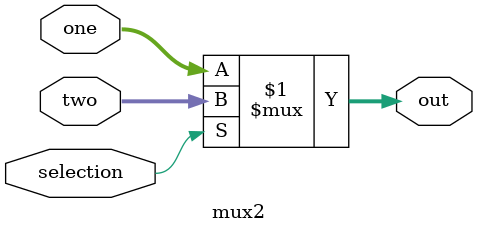
<source format=v>
`timescale 1ns / 1ps

module mux2 #(parameter WIDTH = 32) (
        input wire selection,
        input wire [WIDTH-1:0] one,
        input wire [WIDTH-1:0] two,
        output wire [WIDTH-1:0] out
    );
    
    assign out = (selection) ? two : one;
    
endmodule

</source>
